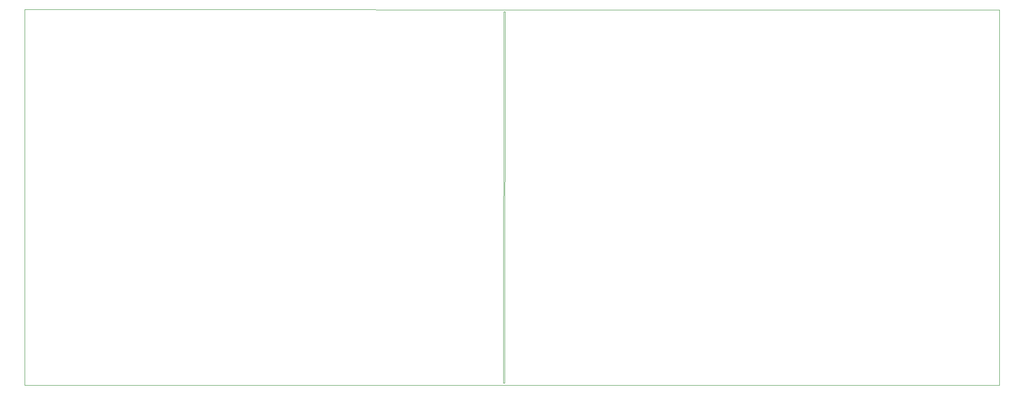
<source format=gbr>
%TF.GenerationSoftware,KiCad,Pcbnew,7.0.2-0*%
%TF.CreationDate,2024-08-06T11:42:49-04:00*%
%TF.ProjectId,PCB,5043422e-6b69-4636-9164-5f7063625858,rev?*%
%TF.SameCoordinates,Original*%
%TF.FileFunction,Profile,NP*%
%FSLAX46Y46*%
G04 Gerber Fmt 4.6, Leading zero omitted, Abs format (unit mm)*
G04 Created by KiCad (PCBNEW 7.0.2-0) date 2024-08-06 11:42:49*
%MOMM*%
%LPD*%
G01*
G04 APERTURE LIST*
%TA.AperFunction,Profile*%
%ADD10C,0.100000*%
%TD*%
G04 APERTURE END LIST*
D10*
X25250000Y-26700000D02*
X25250000Y-23750000D01*
X115700000Y-94450000D02*
X115750000Y-24150000D01*
X209400000Y-23850000D02*
X208450000Y-23850000D01*
X209400000Y-92050000D02*
X209400000Y-94900000D01*
X158550000Y-23850000D02*
X208450000Y-23850000D01*
X115950000Y-89100000D02*
X115950000Y-94450000D01*
X25250000Y-60900000D02*
X25250000Y-26700000D01*
X25250000Y-23750000D02*
X25700000Y-23750000D01*
X30250000Y-94850000D02*
X26050000Y-94850000D01*
X115750000Y-24150000D02*
X116000000Y-24150000D01*
X25250000Y-94450000D02*
X25250000Y-94850000D01*
X190350000Y-94900000D02*
X30250000Y-94850000D01*
X190350000Y-94900000D02*
X208950000Y-94900000D01*
X115950000Y-94450000D02*
X115700000Y-94450000D01*
X209400000Y-40700000D02*
X209400000Y-92050000D01*
X25250000Y-60900000D02*
X25250000Y-94450000D01*
X116000000Y-24150000D02*
X115950000Y-89100000D01*
X209400000Y-94900000D02*
X208950000Y-94900000D01*
X209400000Y-40700000D02*
X209400000Y-23850000D01*
X25250000Y-94850000D02*
X26050000Y-94850000D01*
X158550000Y-23850000D02*
X25700000Y-23750000D01*
M02*

</source>
